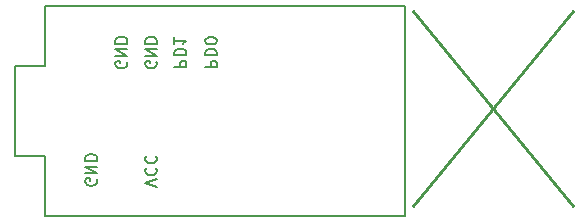
<source format=gbr>
G04 #@! TF.GenerationSoftware,KiCad,Pcbnew,(5.1.0-0)*
G04 #@! TF.CreationDate,2019-03-25T02:14:44+01:00*
G04 #@! TF.ProjectId,adapter,61646170-7465-4722-9e6b-696361645f70,rev?*
G04 #@! TF.SameCoordinates,Original*
G04 #@! TF.FileFunction,Legend,Bot*
G04 #@! TF.FilePolarity,Positive*
%FSLAX46Y46*%
G04 Gerber Fmt 4.6, Leading zero omitted, Abs format (unit mm)*
G04 Created by KiCad (PCBNEW (5.1.0-0)) date 2019-03-25 02:14:44*
%MOMM*%
%LPD*%
G04 APERTURE LIST*
%ADD10C,0.250000*%
%ADD11C,0.150000*%
G04 APERTURE END LIST*
D10*
X75500000Y-39000000D02*
X89000000Y-55500000D01*
X89000000Y-39000000D02*
X75500000Y-55500000D01*
D11*
X53822619Y-53833333D02*
X52822619Y-53500000D01*
X53822619Y-53166666D01*
X52917857Y-52261904D02*
X52870238Y-52309523D01*
X52822619Y-52452380D01*
X52822619Y-52547619D01*
X52870238Y-52690476D01*
X52965476Y-52785714D01*
X53060714Y-52833333D01*
X53251190Y-52880952D01*
X53394047Y-52880952D01*
X53584523Y-52833333D01*
X53679761Y-52785714D01*
X53775000Y-52690476D01*
X53822619Y-52547619D01*
X53822619Y-52452380D01*
X53775000Y-52309523D01*
X53727380Y-52261904D01*
X52917857Y-51261904D02*
X52870238Y-51309523D01*
X52822619Y-51452380D01*
X52822619Y-51547619D01*
X52870238Y-51690476D01*
X52965476Y-51785714D01*
X53060714Y-51833333D01*
X53251190Y-51880952D01*
X53394047Y-51880952D01*
X53584523Y-51833333D01*
X53679761Y-51785714D01*
X53775000Y-51690476D01*
X53822619Y-51547619D01*
X53822619Y-51452380D01*
X53775000Y-51309523D01*
X53727380Y-51261904D01*
X48700000Y-53186904D02*
X48747619Y-53282142D01*
X48747619Y-53425000D01*
X48700000Y-53567857D01*
X48604761Y-53663095D01*
X48509523Y-53710714D01*
X48319047Y-53758333D01*
X48176190Y-53758333D01*
X47985714Y-53710714D01*
X47890476Y-53663095D01*
X47795238Y-53567857D01*
X47747619Y-53425000D01*
X47747619Y-53329761D01*
X47795238Y-53186904D01*
X47842857Y-53139285D01*
X48176190Y-53139285D01*
X48176190Y-53329761D01*
X47747619Y-52710714D02*
X48747619Y-52710714D01*
X47747619Y-52139285D01*
X48747619Y-52139285D01*
X47747619Y-51663095D02*
X48747619Y-51663095D01*
X48747619Y-51425000D01*
X48700000Y-51282142D01*
X48604761Y-51186904D01*
X48509523Y-51139285D01*
X48319047Y-51091666D01*
X48176190Y-51091666D01*
X47985714Y-51139285D01*
X47890476Y-51186904D01*
X47795238Y-51282142D01*
X47747619Y-51425000D01*
X47747619Y-51663095D01*
X57897619Y-43738095D02*
X58897619Y-43738095D01*
X58897619Y-43357142D01*
X58850000Y-43261904D01*
X58802380Y-43214285D01*
X58707142Y-43166666D01*
X58564285Y-43166666D01*
X58469047Y-43214285D01*
X58421428Y-43261904D01*
X58373809Y-43357142D01*
X58373809Y-43738095D01*
X57897619Y-42738095D02*
X58897619Y-42738095D01*
X58897619Y-42500000D01*
X58850000Y-42357142D01*
X58754761Y-42261904D01*
X58659523Y-42214285D01*
X58469047Y-42166666D01*
X58326190Y-42166666D01*
X58135714Y-42214285D01*
X58040476Y-42261904D01*
X57945238Y-42357142D01*
X57897619Y-42500000D01*
X57897619Y-42738095D01*
X58897619Y-41547619D02*
X58897619Y-41452380D01*
X58850000Y-41357142D01*
X58802380Y-41309523D01*
X58707142Y-41261904D01*
X58516666Y-41214285D01*
X58278571Y-41214285D01*
X58088095Y-41261904D01*
X57992857Y-41309523D01*
X57945238Y-41357142D01*
X57897619Y-41452380D01*
X57897619Y-41547619D01*
X57945238Y-41642857D01*
X57992857Y-41690476D01*
X58088095Y-41738095D01*
X58278571Y-41785714D01*
X58516666Y-41785714D01*
X58707142Y-41738095D01*
X58802380Y-41690476D01*
X58850000Y-41642857D01*
X58897619Y-41547619D01*
X55297619Y-43738095D02*
X56297619Y-43738095D01*
X56297619Y-43357142D01*
X56250000Y-43261904D01*
X56202380Y-43214285D01*
X56107142Y-43166666D01*
X55964285Y-43166666D01*
X55869047Y-43214285D01*
X55821428Y-43261904D01*
X55773809Y-43357142D01*
X55773809Y-43738095D01*
X55297619Y-42738095D02*
X56297619Y-42738095D01*
X56297619Y-42500000D01*
X56250000Y-42357142D01*
X56154761Y-42261904D01*
X56059523Y-42214285D01*
X55869047Y-42166666D01*
X55726190Y-42166666D01*
X55535714Y-42214285D01*
X55440476Y-42261904D01*
X55345238Y-42357142D01*
X55297619Y-42500000D01*
X55297619Y-42738095D01*
X55297619Y-41214285D02*
X55297619Y-41785714D01*
X55297619Y-41500000D02*
X56297619Y-41500000D01*
X56154761Y-41595238D01*
X56059523Y-41690476D01*
X56011904Y-41785714D01*
X53750000Y-43261904D02*
X53797619Y-43357142D01*
X53797619Y-43500000D01*
X53750000Y-43642857D01*
X53654761Y-43738095D01*
X53559523Y-43785714D01*
X53369047Y-43833333D01*
X53226190Y-43833333D01*
X53035714Y-43785714D01*
X52940476Y-43738095D01*
X52845238Y-43642857D01*
X52797619Y-43500000D01*
X52797619Y-43404761D01*
X52845238Y-43261904D01*
X52892857Y-43214285D01*
X53226190Y-43214285D01*
X53226190Y-43404761D01*
X52797619Y-42785714D02*
X53797619Y-42785714D01*
X52797619Y-42214285D01*
X53797619Y-42214285D01*
X52797619Y-41738095D02*
X53797619Y-41738095D01*
X53797619Y-41500000D01*
X53750000Y-41357142D01*
X53654761Y-41261904D01*
X53559523Y-41214285D01*
X53369047Y-41166666D01*
X53226190Y-41166666D01*
X53035714Y-41214285D01*
X52940476Y-41261904D01*
X52845238Y-41357142D01*
X52797619Y-41500000D01*
X52797619Y-41738095D01*
X51250000Y-43261904D02*
X51297619Y-43357142D01*
X51297619Y-43500000D01*
X51250000Y-43642857D01*
X51154761Y-43738095D01*
X51059523Y-43785714D01*
X50869047Y-43833333D01*
X50726190Y-43833333D01*
X50535714Y-43785714D01*
X50440476Y-43738095D01*
X50345238Y-43642857D01*
X50297619Y-43500000D01*
X50297619Y-43404761D01*
X50345238Y-43261904D01*
X50392857Y-43214285D01*
X50726190Y-43214285D01*
X50726190Y-43404761D01*
X50297619Y-42785714D02*
X51297619Y-42785714D01*
X50297619Y-42214285D01*
X51297619Y-42214285D01*
X50297619Y-41738095D02*
X51297619Y-41738095D01*
X51297619Y-41500000D01*
X51250000Y-41357142D01*
X51154761Y-41261904D01*
X51059523Y-41214285D01*
X50869047Y-41166666D01*
X50726190Y-41166666D01*
X50535714Y-41214285D01*
X50440476Y-41261904D01*
X50345238Y-41357142D01*
X50297619Y-41500000D01*
X50297619Y-41738095D01*
X74806000Y-56312000D02*
X74806000Y-38532000D01*
X44326000Y-56312000D02*
X74806000Y-56312000D01*
X44326000Y-51232000D02*
X44326000Y-56312000D01*
X41786000Y-51232000D02*
X44326000Y-51232000D01*
X41786000Y-43612000D02*
X41786000Y-51232000D01*
X44326000Y-43612000D02*
X41786000Y-43612000D01*
X44326000Y-38532000D02*
X44326000Y-43612000D01*
X44326000Y-38532000D02*
X74806000Y-38532000D01*
M02*

</source>
